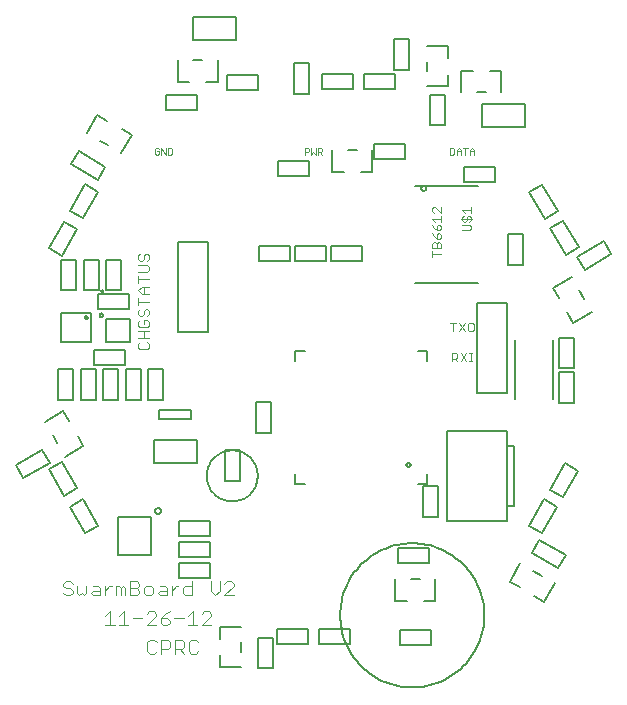
<source format=gto>
G75*
G70*
%OFA0B0*%
%FSLAX24Y24*%
%IPPOS*%
%LPD*%
%AMOC8*
5,1,8,0,0,1.08239X$1,22.5*
%
%ADD10C,0.0030*%
%ADD11C,0.0020*%
%ADD12C,0.0040*%
%ADD13C,0.0050*%
D10*
X007656Y014595D02*
X007903Y014595D01*
X007965Y014657D01*
X007965Y014780D01*
X007903Y014842D01*
X007965Y014963D02*
X007595Y014963D01*
X007656Y014842D02*
X007595Y014780D01*
X007595Y014657D01*
X007656Y014595D01*
X007780Y014963D02*
X007780Y015210D01*
X007903Y015332D02*
X007965Y015393D01*
X007965Y015517D01*
X007903Y015579D01*
X007780Y015579D01*
X007780Y015455D01*
X007903Y015332D02*
X007656Y015332D01*
X007595Y015393D01*
X007595Y015517D01*
X007656Y015579D01*
X007656Y015700D02*
X007718Y015700D01*
X007780Y015762D01*
X007780Y015885D01*
X007842Y015947D01*
X007903Y015947D01*
X007965Y015885D01*
X007965Y015762D01*
X007903Y015700D01*
X007656Y015700D02*
X007595Y015762D01*
X007595Y015885D01*
X007656Y015947D01*
X007595Y016068D02*
X007595Y016315D01*
X007595Y016192D02*
X007965Y016192D01*
X007965Y016437D02*
X007718Y016437D01*
X007595Y016560D01*
X007718Y016683D01*
X007965Y016683D01*
X007780Y016683D02*
X007780Y016437D01*
X007595Y016805D02*
X007595Y017052D01*
X007595Y017173D02*
X007903Y017173D01*
X007965Y017235D01*
X007965Y017358D01*
X007903Y017420D01*
X007595Y017420D01*
X007656Y017542D02*
X007718Y017542D01*
X007780Y017603D01*
X007780Y017727D01*
X007842Y017788D01*
X007903Y017788D01*
X007965Y017727D01*
X007965Y017603D01*
X007903Y017542D01*
X007656Y017542D02*
X007595Y017603D01*
X007595Y017727D01*
X007656Y017788D01*
X007595Y016928D02*
X007965Y016928D01*
X007965Y015210D02*
X007595Y015210D01*
X017395Y017677D02*
X017395Y017871D01*
X017395Y017774D02*
X017685Y017774D01*
X017685Y017972D02*
X017395Y017972D01*
X017395Y018117D01*
X017443Y018165D01*
X017492Y018165D01*
X017540Y018117D01*
X017540Y017972D01*
X017540Y018117D02*
X017588Y018165D01*
X017637Y018165D01*
X017685Y018117D01*
X017685Y017972D01*
X017637Y018266D02*
X017540Y018266D01*
X017540Y018412D01*
X017588Y018460D01*
X017637Y018460D01*
X017685Y018412D01*
X017685Y018315D01*
X017637Y018266D01*
X017540Y018266D02*
X017443Y018363D01*
X017395Y018460D01*
X017540Y018561D02*
X017540Y018706D01*
X017588Y018755D01*
X017637Y018755D01*
X017685Y018706D01*
X017685Y018609D01*
X017637Y018561D01*
X017540Y018561D01*
X017443Y018658D01*
X017395Y018755D01*
X017492Y018856D02*
X017395Y018952D01*
X017685Y018952D01*
X017685Y018856D02*
X017685Y019049D01*
X017685Y019150D02*
X017492Y019344D01*
X017443Y019344D01*
X017395Y019295D01*
X017395Y019199D01*
X017443Y019150D01*
X017685Y019150D02*
X017685Y019344D01*
X018346Y018952D02*
X018733Y018952D01*
X018685Y018904D02*
X018685Y019001D01*
X018637Y019049D01*
X018588Y019049D01*
X018540Y019001D01*
X018540Y018904D01*
X018492Y018856D01*
X018443Y018856D01*
X018395Y018904D01*
X018395Y019001D01*
X018443Y019049D01*
X018492Y019150D02*
X018395Y019247D01*
X018685Y019247D01*
X018685Y019150D02*
X018685Y019344D01*
X018685Y018904D02*
X018637Y018856D01*
X018637Y018755D02*
X018395Y018755D01*
X018395Y018561D02*
X018637Y018561D01*
X018685Y018609D01*
X018685Y018706D01*
X018637Y018755D01*
X018633Y015485D02*
X018584Y015437D01*
X018584Y015243D01*
X018633Y015195D01*
X018729Y015195D01*
X018778Y015243D01*
X018778Y015437D01*
X018729Y015485D01*
X018633Y015485D01*
X018483Y015485D02*
X018290Y015195D01*
X018483Y015195D02*
X018290Y015485D01*
X018188Y015485D02*
X017995Y015485D01*
X018092Y015485D02*
X018092Y015195D01*
X018045Y014485D02*
X018190Y014485D01*
X018238Y014437D01*
X018238Y014340D01*
X018190Y014292D01*
X018045Y014292D01*
X018142Y014292D02*
X018238Y014195D01*
X018340Y014195D02*
X018533Y014485D01*
X018634Y014485D02*
X018731Y014485D01*
X018683Y014485D02*
X018683Y014195D01*
X018731Y014195D02*
X018634Y014195D01*
X018533Y014195D02*
X018340Y014485D01*
X018045Y014485D02*
X018045Y014195D01*
D11*
X017990Y021090D02*
X018100Y021090D01*
X018137Y021127D01*
X018137Y021273D01*
X018100Y021310D01*
X017990Y021310D01*
X017990Y021090D01*
X018211Y021090D02*
X018211Y021237D01*
X018284Y021310D01*
X018358Y021237D01*
X018358Y021090D01*
X018358Y021200D02*
X018211Y021200D01*
X018432Y021310D02*
X018579Y021310D01*
X018505Y021310D02*
X018505Y021090D01*
X018653Y021090D02*
X018653Y021237D01*
X018726Y021310D01*
X018800Y021237D01*
X018800Y021090D01*
X018800Y021200D02*
X018653Y021200D01*
X013729Y021200D02*
X013692Y021163D01*
X013582Y021163D01*
X013582Y021090D02*
X013582Y021310D01*
X013692Y021310D01*
X013729Y021273D01*
X013729Y021200D01*
X013655Y021163D02*
X013729Y021090D01*
X013508Y021090D02*
X013508Y021310D01*
X013361Y021310D02*
X013361Y021090D01*
X013434Y021163D01*
X013508Y021090D01*
X013287Y021200D02*
X013250Y021163D01*
X013140Y021163D01*
X013140Y021090D02*
X013140Y021310D01*
X013250Y021310D01*
X013287Y021273D01*
X013287Y021200D01*
X008729Y021127D02*
X008729Y021273D01*
X008692Y021310D01*
X008582Y021310D01*
X008582Y021090D01*
X008692Y021090D01*
X008729Y021127D01*
X008508Y021090D02*
X008508Y021310D01*
X008361Y021310D02*
X008508Y021090D01*
X008361Y021090D02*
X008361Y021310D01*
X008287Y021273D02*
X008250Y021310D01*
X008177Y021310D01*
X008140Y021273D01*
X008140Y021127D01*
X008177Y021090D01*
X008250Y021090D01*
X008287Y021127D01*
X008287Y021200D01*
X008213Y021200D01*
D12*
X005100Y006477D02*
X005177Y006400D01*
X005330Y006400D01*
X005407Y006477D01*
X005407Y006553D01*
X005330Y006630D01*
X005177Y006630D01*
X005100Y006707D01*
X005100Y006784D01*
X005177Y006860D01*
X005330Y006860D01*
X005407Y006784D01*
X005560Y006707D02*
X005560Y006477D01*
X005637Y006400D01*
X005714Y006477D01*
X005791Y006400D01*
X005867Y006477D01*
X005867Y006707D01*
X006098Y006707D02*
X006251Y006707D01*
X006328Y006630D01*
X006328Y006400D01*
X006098Y006400D01*
X006021Y006477D01*
X006098Y006553D01*
X006328Y006553D01*
X006481Y006553D02*
X006635Y006707D01*
X006711Y006707D01*
X006865Y006707D02*
X006865Y006400D01*
X007018Y006400D02*
X007018Y006630D01*
X007095Y006707D01*
X007172Y006630D01*
X007172Y006400D01*
X007325Y006400D02*
X007555Y006400D01*
X007632Y006477D01*
X007632Y006553D01*
X007555Y006630D01*
X007325Y006630D01*
X007325Y006400D02*
X007325Y006860D01*
X007555Y006860D01*
X007632Y006784D01*
X007632Y006707D01*
X007555Y006630D01*
X007786Y006630D02*
X007786Y006477D01*
X007862Y006400D01*
X008016Y006400D01*
X008093Y006477D01*
X008093Y006630D01*
X008016Y006707D01*
X007862Y006707D01*
X007786Y006630D01*
X008246Y006477D02*
X008323Y006400D01*
X008553Y006400D01*
X008553Y006630D01*
X008476Y006707D01*
X008323Y006707D01*
X008323Y006553D02*
X008553Y006553D01*
X008706Y006553D02*
X008860Y006707D01*
X008937Y006707D01*
X009090Y006630D02*
X009167Y006707D01*
X009397Y006707D01*
X009397Y006860D02*
X009397Y006400D01*
X009167Y006400D01*
X009090Y006477D01*
X009090Y006630D01*
X008706Y006707D02*
X008706Y006400D01*
X008323Y006553D02*
X008246Y006477D01*
X008111Y005860D02*
X007958Y005860D01*
X007881Y005784D01*
X007728Y005630D02*
X007421Y005630D01*
X007267Y005400D02*
X006960Y005400D01*
X006807Y005400D02*
X006500Y005400D01*
X006653Y005400D02*
X006653Y005860D01*
X006500Y005707D01*
X006960Y005707D02*
X007114Y005860D01*
X007114Y005400D01*
X007881Y005400D02*
X008188Y005707D01*
X008188Y005784D01*
X008111Y005860D01*
X008342Y005630D02*
X008342Y005477D01*
X008418Y005400D01*
X008572Y005400D01*
X008648Y005477D01*
X008648Y005553D01*
X008572Y005630D01*
X008342Y005630D01*
X008495Y005784D01*
X008648Y005860D01*
X008802Y005630D02*
X009109Y005630D01*
X009262Y005707D02*
X009416Y005860D01*
X009416Y005400D01*
X009569Y005400D02*
X009262Y005400D01*
X009723Y005400D02*
X010030Y005707D01*
X010030Y005784D01*
X009953Y005860D01*
X009799Y005860D01*
X009723Y005784D01*
X009723Y005400D02*
X010030Y005400D01*
X009511Y004910D02*
X009358Y004910D01*
X009281Y004834D01*
X009281Y004527D01*
X009358Y004450D01*
X009511Y004450D01*
X009588Y004527D01*
X009588Y004834D02*
X009511Y004910D01*
X009128Y004834D02*
X009128Y004680D01*
X009051Y004603D01*
X008821Y004603D01*
X008821Y004450D02*
X008821Y004910D01*
X009051Y004910D01*
X009128Y004834D01*
X008974Y004603D02*
X009128Y004450D01*
X008667Y004680D02*
X008667Y004834D01*
X008591Y004910D01*
X008360Y004910D01*
X008360Y004450D01*
X008360Y004603D02*
X008591Y004603D01*
X008667Y004680D01*
X008207Y004527D02*
X008130Y004450D01*
X007977Y004450D01*
X007900Y004527D01*
X007900Y004834D01*
X007977Y004910D01*
X008130Y004910D01*
X008207Y004834D01*
X008188Y005400D02*
X007881Y005400D01*
X007018Y006630D02*
X006942Y006707D01*
X006865Y006707D01*
X006481Y006707D02*
X006481Y006400D01*
X010011Y006553D02*
X010164Y006400D01*
X010318Y006553D01*
X010318Y006860D01*
X010471Y006784D02*
X010548Y006860D01*
X010701Y006860D01*
X010778Y006784D01*
X010778Y006707D01*
X010471Y006400D01*
X010778Y006400D01*
X010011Y006553D02*
X010011Y006860D01*
D13*
X009992Y006980D02*
X009992Y007480D01*
X008968Y007480D01*
X008968Y006980D01*
X009992Y006980D01*
X009992Y007680D02*
X009992Y008180D01*
X008968Y008180D01*
X008968Y007680D01*
X009992Y007680D01*
X009992Y008380D02*
X009992Y008880D01*
X008968Y008880D01*
X008968Y008380D01*
X009992Y008380D01*
X008158Y009211D02*
X008160Y009230D01*
X008165Y009249D01*
X008175Y009265D01*
X008187Y009280D01*
X008202Y009292D01*
X008218Y009302D01*
X008237Y009307D01*
X008256Y009309D01*
X008275Y009307D01*
X008294Y009302D01*
X008310Y009292D01*
X008325Y009280D01*
X008337Y009265D01*
X008347Y009249D01*
X008352Y009230D01*
X008354Y009211D01*
X008352Y009192D01*
X008347Y009173D01*
X008337Y009157D01*
X008325Y009142D01*
X008310Y009130D01*
X008294Y009120D01*
X008275Y009115D01*
X008256Y009113D01*
X008237Y009115D01*
X008218Y009120D01*
X008202Y009130D01*
X008187Y009142D01*
X008175Y009157D01*
X008165Y009173D01*
X008160Y009192D01*
X008158Y009211D01*
X008031Y009010D02*
X008031Y007750D01*
X006929Y007750D01*
X006929Y009010D01*
X008031Y009010D01*
X008106Y010798D02*
X008106Y011562D01*
X009554Y011562D01*
X009554Y010798D01*
X008106Y010798D01*
X008291Y012273D02*
X008291Y012576D01*
X009369Y012576D01*
X009369Y012273D01*
X008291Y012273D01*
X008430Y012918D02*
X007930Y012918D01*
X007930Y013942D01*
X008430Y013942D01*
X008430Y012918D01*
X007680Y012918D02*
X007180Y012918D01*
X007180Y013942D01*
X007680Y013942D01*
X007680Y012918D01*
X006930Y012918D02*
X006930Y013942D01*
X006430Y013942D01*
X006430Y012918D01*
X006930Y012918D01*
X006180Y012918D02*
X006180Y013942D01*
X005680Y013942D01*
X005680Y012918D01*
X006180Y012918D01*
X005430Y012918D02*
X005430Y013942D01*
X004930Y013942D01*
X004930Y012918D01*
X005430Y012918D01*
X005102Y012537D02*
X005299Y012196D01*
X005102Y012537D02*
X004488Y012182D01*
X004744Y011739D02*
X004902Y011466D01*
X005158Y011023D02*
X005772Y011378D01*
X005575Y011718D01*
X005041Y010848D02*
X004608Y010598D01*
X005119Y009712D01*
X005552Y009962D01*
X005041Y010848D01*
X004648Y010819D02*
X004398Y011252D01*
X003512Y010741D01*
X003762Y010308D01*
X004648Y010819D01*
X005308Y009348D02*
X005741Y009598D01*
X006252Y008712D01*
X005819Y008462D01*
X005308Y009348D01*
X006118Y014080D02*
X006118Y014580D01*
X007142Y014580D01*
X007142Y014080D01*
X006118Y014080D01*
X006022Y014838D02*
X006022Y015822D01*
X005038Y015822D01*
X005038Y014838D01*
X006022Y014838D01*
X006536Y014836D02*
X007324Y014836D01*
X007324Y015624D01*
X006536Y015624D01*
X006536Y014836D01*
X005821Y015665D02*
X005823Y015678D01*
X005829Y015690D01*
X005838Y015699D01*
X005849Y015706D01*
X005862Y015709D01*
X005875Y015708D01*
X005887Y015703D01*
X005897Y015695D01*
X005905Y015684D01*
X005909Y015672D01*
X005909Y015658D01*
X005905Y015646D01*
X005897Y015635D01*
X005887Y015627D01*
X005875Y015622D01*
X005862Y015621D01*
X005849Y015624D01*
X005838Y015631D01*
X005829Y015640D01*
X005823Y015652D01*
X005821Y015665D01*
X006268Y015930D02*
X006268Y016430D01*
X007292Y016430D01*
X007292Y015930D01*
X006268Y015930D01*
X006308Y015742D02*
X006310Y015757D01*
X006315Y015770D01*
X006324Y015782D01*
X006335Y015792D01*
X006349Y015798D01*
X006363Y015801D01*
X006378Y015800D01*
X006392Y015795D01*
X006405Y015787D01*
X006415Y015777D01*
X006422Y015764D01*
X006426Y015749D01*
X006426Y015735D01*
X006422Y015720D01*
X006415Y015707D01*
X006405Y015697D01*
X006392Y015689D01*
X006378Y015684D01*
X006363Y015683D01*
X006349Y015686D01*
X006335Y015692D01*
X006324Y015702D01*
X006315Y015714D01*
X006310Y015727D01*
X006308Y015742D01*
X006368Y016541D02*
X006370Y016551D01*
X006375Y016560D01*
X006383Y016567D01*
X006393Y016571D01*
X006403Y016571D01*
X006413Y016567D01*
X006421Y016560D01*
X006426Y016551D01*
X006428Y016541D01*
X006426Y016531D01*
X006421Y016522D01*
X006413Y016515D01*
X006403Y016511D01*
X006393Y016511D01*
X006383Y016515D01*
X006375Y016522D01*
X006370Y016531D01*
X006368Y016541D01*
X006280Y016568D02*
X005780Y016568D01*
X005780Y017592D01*
X006280Y017592D01*
X006280Y016568D01*
X006530Y016568D02*
X007030Y016568D01*
X007030Y017592D01*
X006530Y017592D01*
X006530Y016568D01*
X005530Y016568D02*
X005530Y017592D01*
X005030Y017592D01*
X005030Y016568D01*
X005530Y016568D01*
X005041Y017712D02*
X004608Y017962D01*
X005119Y018848D01*
X005552Y018598D01*
X005041Y017712D01*
X005741Y018962D02*
X005308Y019212D01*
X005819Y020098D01*
X006252Y019848D01*
X005741Y018962D01*
X006248Y020258D02*
X006498Y020691D01*
X005612Y021202D01*
X005362Y020769D01*
X006248Y020258D01*
X007032Y021138D02*
X007387Y021752D01*
X007046Y021949D01*
X006568Y022225D02*
X006228Y022422D01*
X005873Y021808D01*
X006316Y021552D02*
X006589Y021394D01*
X008518Y022580D02*
X008518Y023080D01*
X009542Y023080D01*
X009542Y022580D01*
X008518Y022580D01*
X008911Y023526D02*
X009304Y023526D01*
X008911Y023526D02*
X008911Y024234D01*
X009423Y024234D02*
X009737Y024234D01*
X010249Y024234D02*
X010249Y023526D01*
X009856Y023526D01*
X010568Y023730D02*
X010568Y023230D01*
X011592Y023230D01*
X011592Y023730D01*
X010568Y023730D01*
X010854Y024898D02*
X009406Y024898D01*
X009406Y025662D01*
X010854Y025662D01*
X010854Y024898D01*
X012780Y024142D02*
X012780Y023118D01*
X013280Y023118D01*
X013280Y024142D01*
X012780Y024142D01*
X013718Y023780D02*
X013718Y023280D01*
X014742Y023280D01*
X014742Y023780D01*
X013718Y023780D01*
X015118Y023780D02*
X015118Y023280D01*
X016142Y023280D01*
X016142Y023780D01*
X015118Y023780D01*
X016130Y023918D02*
X016630Y023918D01*
X016630Y024942D01*
X016130Y024942D01*
X016130Y023918D01*
X017226Y023873D02*
X017226Y024187D01*
X017226Y024699D02*
X017934Y024699D01*
X017934Y024306D01*
X018361Y023884D02*
X018754Y023884D01*
X018361Y023884D02*
X018361Y023176D01*
X017934Y023361D02*
X017934Y023754D01*
X017934Y023361D02*
X017226Y023361D01*
X017330Y023092D02*
X017830Y023092D01*
X017830Y022068D01*
X017330Y022068D01*
X017330Y023092D01*
X018873Y023176D02*
X019187Y023176D01*
X019056Y022762D02*
X020504Y022762D01*
X020504Y021998D01*
X019056Y021998D01*
X019056Y022762D01*
X019699Y023176D02*
X019699Y023884D01*
X019306Y023884D01*
X016492Y021430D02*
X016492Y020930D01*
X015468Y020930D01*
X015468Y021430D01*
X016492Y021430D01*
X015399Y021234D02*
X015399Y020526D01*
X015006Y020526D01*
X014454Y020526D02*
X014061Y020526D01*
X014061Y021234D01*
X014573Y021234D02*
X014887Y021234D01*
X013292Y020880D02*
X013292Y020380D01*
X012268Y020380D01*
X012268Y020880D01*
X013292Y020880D01*
X012818Y018030D02*
X012818Y017530D01*
X013842Y017530D01*
X013842Y018030D01*
X012818Y018030D01*
X012642Y018030D02*
X012642Y017530D01*
X011618Y017530D01*
X011618Y018030D01*
X012642Y018030D01*
X014018Y018030D02*
X014018Y017530D01*
X015042Y017530D01*
X015042Y018030D01*
X014018Y018030D01*
X016837Y016816D02*
X018923Y016816D01*
X018880Y016130D02*
X018880Y013130D01*
X019880Y013130D01*
X019880Y016130D01*
X018880Y016130D01*
X019930Y017418D02*
X019930Y018442D01*
X020430Y018442D01*
X020430Y017418D01*
X019930Y017418D01*
X021338Y018630D02*
X021771Y018880D01*
X022283Y017994D01*
X021850Y017744D01*
X021338Y018630D01*
X021150Y018956D02*
X020638Y019843D01*
X021071Y020093D01*
X021583Y019206D01*
X021150Y018956D01*
X022235Y017690D02*
X022485Y017257D01*
X023372Y017768D01*
X023122Y018201D01*
X022235Y017690D01*
X022046Y017006D02*
X021433Y016652D01*
X021630Y016311D01*
X021905Y015834D02*
X022102Y015493D01*
X022716Y015847D01*
X022460Y016290D02*
X022302Y016563D01*
X022130Y014992D02*
X021630Y014992D01*
X021630Y013968D01*
X022130Y013968D01*
X022130Y014992D01*
X021410Y014914D02*
X021410Y012946D01*
X021630Y012818D02*
X022130Y012818D01*
X022130Y013842D01*
X021630Y013842D01*
X021630Y012818D01*
X020150Y012946D02*
X020150Y014914D01*
X017235Y014535D02*
X017235Y014220D01*
X017235Y014535D02*
X016920Y014535D01*
X017880Y011880D02*
X019880Y011880D01*
X019880Y011380D01*
X020130Y011380D01*
X020130Y009380D01*
X019880Y009380D01*
X019880Y008880D01*
X017880Y008880D01*
X017880Y011880D01*
X017235Y010440D02*
X017235Y010125D01*
X016920Y010125D01*
X017080Y010042D02*
X017580Y010042D01*
X017580Y009018D01*
X017080Y009018D01*
X017080Y010042D01*
X016535Y010755D02*
X016537Y010771D01*
X016542Y010786D01*
X016551Y010800D01*
X016563Y010811D01*
X016577Y010819D01*
X016593Y010824D01*
X016609Y010825D01*
X016625Y010822D01*
X016640Y010816D01*
X016653Y010806D01*
X016663Y010793D01*
X016671Y010779D01*
X016675Y010763D01*
X016675Y010747D01*
X016671Y010731D01*
X016663Y010717D01*
X016653Y010704D01*
X016640Y010694D01*
X016625Y010688D01*
X016609Y010685D01*
X016593Y010686D01*
X016577Y010691D01*
X016563Y010699D01*
X016551Y010710D01*
X016542Y010724D01*
X016537Y010739D01*
X016535Y010755D01*
X016268Y007980D02*
X016268Y007480D01*
X017292Y007480D01*
X017292Y007980D01*
X016268Y007980D01*
X016161Y006934D02*
X016161Y006226D01*
X016554Y006226D01*
X014328Y005730D02*
X014331Y005848D01*
X014340Y005965D01*
X014354Y006082D01*
X014374Y006199D01*
X014400Y006314D01*
X014431Y006427D01*
X014468Y006539D01*
X014511Y006649D01*
X014559Y006757D01*
X014612Y006862D01*
X014670Y006965D01*
X014733Y007064D01*
X014801Y007161D01*
X014873Y007254D01*
X014950Y007343D01*
X015032Y007428D01*
X015117Y007510D01*
X015206Y007587D01*
X015299Y007659D01*
X015396Y007727D01*
X015495Y007790D01*
X015598Y007848D01*
X015703Y007901D01*
X015811Y007949D01*
X015921Y007992D01*
X016033Y008029D01*
X016146Y008060D01*
X016261Y008086D01*
X016378Y008106D01*
X016495Y008120D01*
X016612Y008129D01*
X016730Y008132D01*
X016848Y008129D01*
X016965Y008120D01*
X017082Y008106D01*
X017199Y008086D01*
X017314Y008060D01*
X017427Y008029D01*
X017539Y007992D01*
X017649Y007949D01*
X017757Y007901D01*
X017862Y007848D01*
X017965Y007790D01*
X018064Y007727D01*
X018161Y007659D01*
X018254Y007587D01*
X018343Y007510D01*
X018428Y007428D01*
X018510Y007343D01*
X018587Y007254D01*
X018659Y007161D01*
X018727Y007064D01*
X018790Y006965D01*
X018848Y006862D01*
X018901Y006757D01*
X018949Y006649D01*
X018992Y006539D01*
X019029Y006427D01*
X019060Y006314D01*
X019086Y006199D01*
X019106Y006082D01*
X019120Y005965D01*
X019129Y005848D01*
X019132Y005730D01*
X019129Y005612D01*
X019120Y005495D01*
X019106Y005378D01*
X019086Y005261D01*
X019060Y005146D01*
X019029Y005033D01*
X018992Y004921D01*
X018949Y004811D01*
X018901Y004703D01*
X018848Y004598D01*
X018790Y004495D01*
X018727Y004396D01*
X018659Y004299D01*
X018587Y004206D01*
X018510Y004117D01*
X018428Y004032D01*
X018343Y003950D01*
X018254Y003873D01*
X018161Y003801D01*
X018064Y003733D01*
X017965Y003670D01*
X017862Y003612D01*
X017757Y003559D01*
X017649Y003511D01*
X017539Y003468D01*
X017427Y003431D01*
X017314Y003400D01*
X017199Y003374D01*
X017082Y003354D01*
X016965Y003340D01*
X016848Y003331D01*
X016730Y003328D01*
X016612Y003331D01*
X016495Y003340D01*
X016378Y003354D01*
X016261Y003374D01*
X016146Y003400D01*
X016033Y003431D01*
X015921Y003468D01*
X015811Y003511D01*
X015703Y003559D01*
X015598Y003612D01*
X015495Y003670D01*
X015396Y003733D01*
X015299Y003801D01*
X015206Y003873D01*
X015117Y003950D01*
X015032Y004032D01*
X014950Y004117D01*
X014873Y004206D01*
X014801Y004299D01*
X014733Y004396D01*
X014670Y004495D01*
X014612Y004598D01*
X014559Y004703D01*
X014511Y004811D01*
X014468Y004921D01*
X014431Y005033D01*
X014400Y005146D01*
X014374Y005261D01*
X014354Y005378D01*
X014340Y005495D01*
X014331Y005612D01*
X014328Y005730D01*
X014642Y005280D02*
X014642Y004780D01*
X013618Y004780D01*
X013618Y005280D01*
X014642Y005280D01*
X013242Y005280D02*
X013242Y004780D01*
X012218Y004780D01*
X012218Y005280D01*
X013242Y005280D01*
X012080Y004992D02*
X012080Y003968D01*
X011580Y003968D01*
X011580Y004992D01*
X012080Y004992D01*
X011034Y004837D02*
X011034Y004523D01*
X011034Y004011D02*
X010326Y004011D01*
X010326Y004404D01*
X010326Y004956D02*
X010326Y005349D01*
X011034Y005349D01*
X010980Y010218D02*
X010480Y010218D01*
X010480Y011242D01*
X010980Y011242D01*
X010980Y010218D01*
X009880Y010380D02*
X009882Y010438D01*
X009888Y010496D01*
X009898Y010553D01*
X009912Y010609D01*
X009929Y010665D01*
X009950Y010719D01*
X009975Y010771D01*
X010004Y010822D01*
X010036Y010870D01*
X010071Y010916D01*
X010109Y010960D01*
X010150Y011001D01*
X010194Y011039D01*
X010240Y011074D01*
X010288Y011106D01*
X010339Y011135D01*
X010391Y011160D01*
X010445Y011181D01*
X010501Y011198D01*
X010557Y011212D01*
X010614Y011222D01*
X010672Y011228D01*
X010730Y011230D01*
X010788Y011228D01*
X010846Y011222D01*
X010903Y011212D01*
X010959Y011198D01*
X011015Y011181D01*
X011069Y011160D01*
X011121Y011135D01*
X011172Y011106D01*
X011220Y011074D01*
X011266Y011039D01*
X011310Y011001D01*
X011351Y010960D01*
X011389Y010916D01*
X011424Y010870D01*
X011456Y010822D01*
X011485Y010771D01*
X011510Y010719D01*
X011531Y010665D01*
X011548Y010609D01*
X011562Y010553D01*
X011572Y010496D01*
X011578Y010438D01*
X011580Y010380D01*
X011578Y010322D01*
X011572Y010264D01*
X011562Y010207D01*
X011548Y010151D01*
X011531Y010095D01*
X011510Y010041D01*
X011485Y009989D01*
X011456Y009938D01*
X011424Y009890D01*
X011389Y009844D01*
X011351Y009800D01*
X011310Y009759D01*
X011266Y009721D01*
X011220Y009686D01*
X011172Y009654D01*
X011121Y009625D01*
X011069Y009600D01*
X011015Y009579D01*
X010959Y009562D01*
X010903Y009548D01*
X010846Y009538D01*
X010788Y009532D01*
X010730Y009530D01*
X010672Y009532D01*
X010614Y009538D01*
X010557Y009548D01*
X010501Y009562D01*
X010445Y009579D01*
X010391Y009600D01*
X010339Y009625D01*
X010288Y009654D01*
X010240Y009686D01*
X010194Y009721D01*
X010150Y009759D01*
X010109Y009800D01*
X010071Y009844D01*
X010036Y009890D01*
X010004Y009938D01*
X009975Y009989D01*
X009950Y010041D01*
X009929Y010095D01*
X009912Y010151D01*
X009898Y010207D01*
X009888Y010264D01*
X009882Y010322D01*
X009880Y010380D01*
X011530Y011818D02*
X011530Y012842D01*
X012030Y012842D01*
X012030Y011818D01*
X011530Y011818D01*
X012825Y010440D02*
X012825Y010125D01*
X013140Y010125D01*
X016673Y006934D02*
X016987Y006934D01*
X017499Y006934D02*
X017499Y006226D01*
X017106Y006226D01*
X017342Y005230D02*
X016318Y005230D01*
X016318Y004730D01*
X017342Y004730D01*
X017342Y005230D01*
X019973Y006858D02*
X020314Y006661D01*
X020792Y006385D02*
X021132Y006188D01*
X021487Y006802D01*
X021044Y007058D02*
X020771Y007216D01*
X020328Y007472D02*
X019973Y006858D01*
X020712Y007819D02*
X020962Y008252D01*
X021848Y007741D01*
X021598Y007308D01*
X020712Y007819D01*
X021041Y008462D02*
X020608Y008712D01*
X021119Y009598D01*
X021552Y009348D01*
X021041Y008462D01*
X021741Y009662D02*
X021308Y009912D01*
X021819Y010798D01*
X022252Y010548D01*
X021741Y009662D01*
X019880Y009380D02*
X019880Y011380D01*
X013140Y014535D02*
X012825Y014535D01*
X012825Y014220D01*
X009930Y015180D02*
X009930Y018180D01*
X008930Y018180D01*
X008930Y015180D01*
X009930Y015180D01*
X016837Y020044D02*
X018923Y020044D01*
X018468Y020180D02*
X018468Y020680D01*
X019492Y020680D01*
X019492Y020180D01*
X018468Y020180D01*
X017033Y019965D02*
X017035Y019983D01*
X017041Y019999D01*
X017050Y020014D01*
X017063Y020027D01*
X017078Y020036D01*
X017094Y020042D01*
X017112Y020044D01*
X017130Y020042D01*
X017146Y020036D01*
X017161Y020027D01*
X017174Y020014D01*
X017183Y019999D01*
X017189Y019983D01*
X017191Y019965D01*
X017189Y019947D01*
X017183Y019931D01*
X017174Y019916D01*
X017161Y019903D01*
X017146Y019894D01*
X017130Y019888D01*
X017112Y019886D01*
X017094Y019888D01*
X017078Y019894D01*
X017063Y019903D01*
X017050Y019916D01*
X017041Y019931D01*
X017035Y019947D01*
X017033Y019965D01*
M02*

</source>
